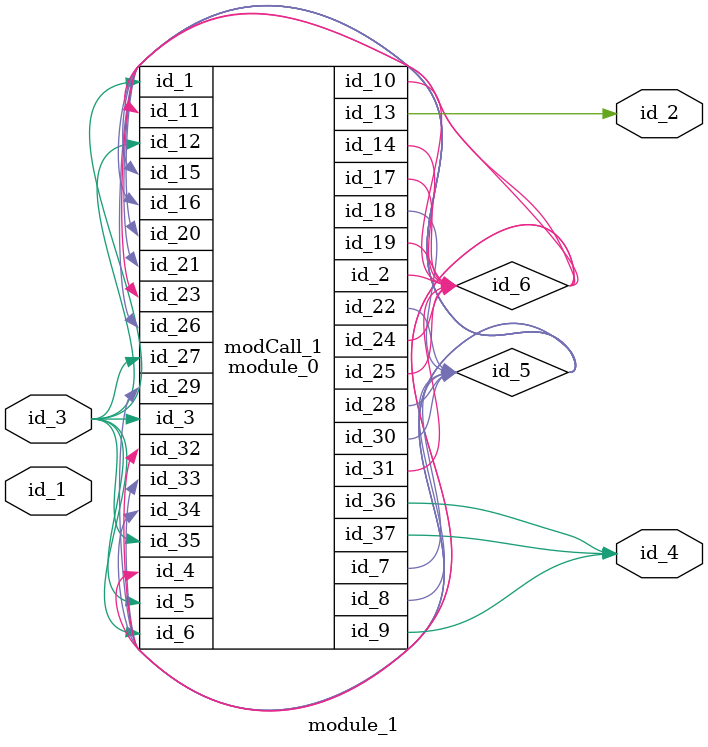
<source format=v>
module module_0 (
    id_1,
    id_2,
    id_3,
    id_4,
    id_5,
    id_6,
    id_7,
    id_8,
    id_9,
    id_10,
    id_11,
    id_12,
    id_13,
    id_14,
    id_15,
    id_16,
    id_17,
    id_18,
    id_19,
    id_20,
    id_21,
    id_22,
    id_23,
    id_24,
    id_25,
    id_26,
    id_27,
    id_28,
    id_29,
    id_30,
    id_31,
    id_32,
    id_33,
    id_34,
    id_35,
    id_36,
    id_37
);
  output wire id_37;
  output wire id_36;
  input wire id_35;
  input wire id_34;
  input wire id_33;
  input wire id_32;
  output wire id_31;
  inout wire id_30;
  input wire id_29;
  inout wire id_28;
  input wire id_27;
  input wire id_26;
  inout wire id_25;
  output wire id_24;
  input wire id_23;
  output wire id_22;
  input wire id_21;
  input wire id_20;
  inout wire id_19;
  inout wire id_18;
  output wire id_17;
  input wire id_16;
  input wire id_15;
  inout wire id_14;
  output wire id_13;
  input wire id_12;
  input wire id_11;
  output wire id_10;
  output wire id_9;
  inout wire id_8;
  output wire id_7;
  input wire id_6;
  input wire id_5;
  input wire id_4;
  input wire id_3;
  inout wire id_2;
  input wire id_1;
  wire id_38;
  wire id_39;
  wire id_40;
endmodule
module module_1 (
    id_1,
    id_2,
    id_3,
    id_4
);
  output wire id_4;
  input wire id_3;
  output wire id_2;
  inout wire id_1;
  assign id_1[1] = id_3;
  specify
    (negedge id_5 => (id_6  : $realtime)) = (id_3  : 1  : id_5, 1  : $realtime : -1);
  endspecify
  module_0 modCall_1 (
      id_3,
      id_6,
      id_3,
      id_6,
      id_3,
      id_3,
      id_5,
      id_5,
      id_4,
      id_6,
      id_6,
      id_3,
      id_2,
      id_6,
      id_5,
      id_5,
      id_6,
      id_5,
      id_6,
      id_5,
      id_5,
      id_5,
      id_6,
      id_6,
      id_6,
      id_5,
      id_3,
      id_5,
      id_5,
      id_5,
      id_6,
      id_6,
      id_5,
      id_5,
      id_3,
      id_4,
      id_4
  );
endmodule

</source>
